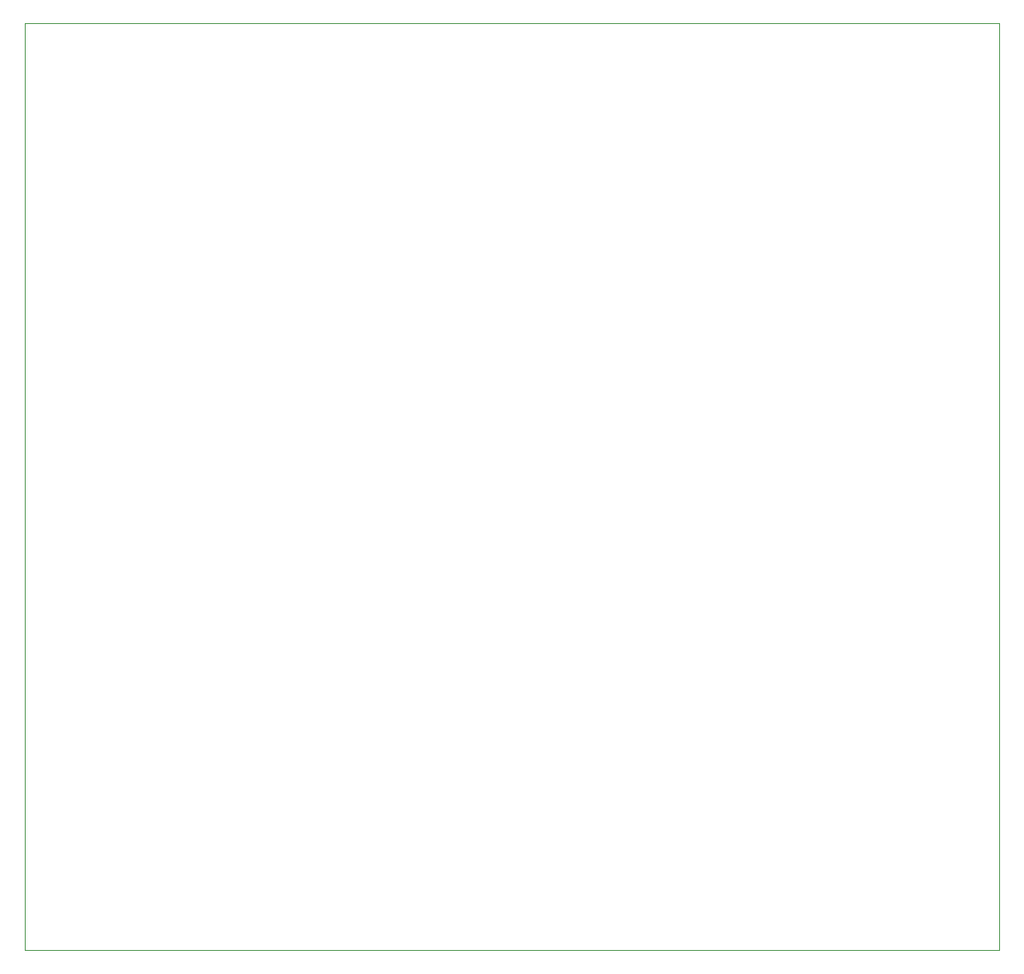
<source format=gbr>
%TF.GenerationSoftware,KiCad,Pcbnew,7.0.10*%
%TF.CreationDate,2024-03-18T15:21:50-05:00*%
%TF.ProjectId,PCB_R1,5043425f-5231-42e6-9b69-6361645f7063,rev?*%
%TF.SameCoordinates,Original*%
%TF.FileFunction,Profile,NP*%
%FSLAX46Y46*%
G04 Gerber Fmt 4.6, Leading zero omitted, Abs format (unit mm)*
G04 Created by KiCad (PCBNEW 7.0.10) date 2024-03-18 15:21:50*
%MOMM*%
%LPD*%
G01*
G04 APERTURE LIST*
%TA.AperFunction,Profile*%
%ADD10C,0.100000*%
%TD*%
G04 APERTURE END LIST*
D10*
X50292000Y-28099000D02*
X150000000Y-28099000D01*
X150000000Y-123000000D01*
X50292000Y-123000000D01*
X50292000Y-28099000D01*
M02*

</source>
